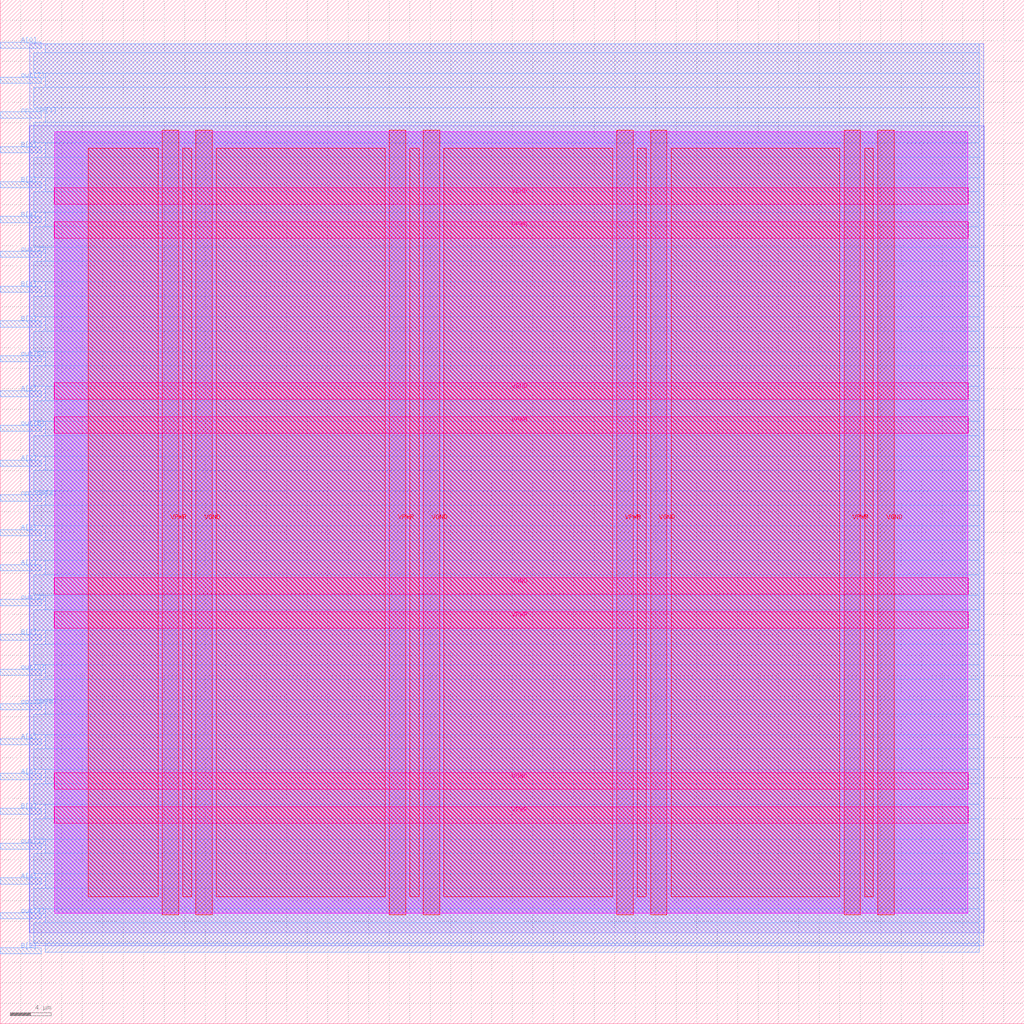
<source format=lef>
VERSION 5.7 ;
  NOWIREEXTENSIONATPIN ON ;
  DIVIDERCHAR "/" ;
  BUSBITCHARS "[]" ;
MACRO lab2_behavE
  CLASS BLOCK ;
  FOREIGN lab2_behavE ;
  ORIGIN 0.000 0.000 ;
  SIZE 100.000 BY 100.000 ;
  PIN A[0]
    DIRECTION INPUT ;
    USE SIGNAL ;
    ANTENNAGATEAREA 0.196500 ;
    PORT
      LAYER met3 ;
        RECT 0.000 95.240 4.000 95.840 ;
    END
  END A[0]
  PIN A[1]
    DIRECTION INPUT ;
    USE SIGNAL ;
    ANTENNAGATEAREA 0.213000 ;
    PORT
      LAYER met3 ;
        RECT 0.000 27.240 4.000 27.840 ;
    END
  END A[1]
  PIN A[2]
    DIRECTION INPUT ;
    USE SIGNAL ;
    ANTENNAGATEAREA 0.159000 ;
    PORT
      LAYER met3 ;
        RECT 0.000 54.440 4.000 55.040 ;
    END
  END A[2]
  PIN A[3]
    DIRECTION INPUT ;
    USE SIGNAL ;
    ANTENNAGATEAREA 0.159000 ;
    PORT
      LAYER met3 ;
        RECT 0.000 47.640 4.000 48.240 ;
    END
  END A[3]
  PIN A[4]
    DIRECTION INPUT ;
    USE SIGNAL ;
    ANTENNAGATEAREA 0.159000 ;
    PORT
      LAYER met3 ;
        RECT 0.000 13.640 4.000 14.240 ;
    END
  END A[4]
  PIN A[5]
    DIRECTION INPUT ;
    USE SIGNAL ;
    ANTENNAGATEAREA 0.159000 ;
    PORT
      LAYER met3 ;
        RECT 0.000 61.240 4.000 61.840 ;
    END
  END A[5]
  PIN A[6]
    DIRECTION INPUT ;
    USE SIGNAL ;
    ANTENNAGATEAREA 0.159000 ;
    PORT
      LAYER met3 ;
        RECT 0.000 23.840 4.000 24.440 ;
    END
  END A[6]
  PIN A[7]
    DIRECTION INPUT ;
    USE SIGNAL ;
    ANTENNAGATEAREA 0.213000 ;
    PORT
      LAYER met3 ;
        RECT 0.000 44.240 4.000 44.840 ;
    END
  END A[7]
  PIN B[0]
    DIRECTION INPUT ;
    USE SIGNAL ;
    ANTENNAGATEAREA 0.213000 ;
    PORT
      LAYER met3 ;
        RECT 0.000 68.040 4.000 68.640 ;
    END
  END B[0]
  PIN B[1]
    DIRECTION INPUT ;
    USE SIGNAL ;
    ANTENNAGATEAREA 0.213000 ;
    PORT
      LAYER met3 ;
        RECT 0.000 71.440 4.000 72.040 ;
    END
  END B[1]
  PIN B[2]
    DIRECTION INPUT ;
    USE SIGNAL ;
    ANTENNAGATEAREA 0.213000 ;
    PORT
      LAYER met3 ;
        RECT 0.000 6.840 4.000 7.440 ;
    END
  END B[2]
  PIN B[3]
    DIRECTION INPUT ;
    USE SIGNAL ;
    ANTENNAGATEAREA 0.213000 ;
    PORT
      LAYER met3 ;
        RECT 0.000 20.440 4.000 21.040 ;
    END
  END B[3]
  PIN B[4]
    DIRECTION INPUT ;
    USE SIGNAL ;
    ANTENNAGATEAREA 0.213000 ;
    PORT
      LAYER met3 ;
        RECT 0.000 78.240 4.000 78.840 ;
    END
  END B[4]
  PIN B[5]
    DIRECTION INPUT ;
    USE SIGNAL ;
    ANTENNAGATEAREA 0.159000 ;
    PORT
      LAYER met3 ;
        RECT 0.000 81.640 4.000 82.240 ;
    END
  END B[5]
  PIN B[6]
    DIRECTION INPUT ;
    USE SIGNAL ;
    ANTENNAGATEAREA 0.159000 ;
    PORT
      LAYER met3 ;
        RECT 0.000 85.040 4.000 85.640 ;
    END
  END B[6]
  PIN B[7]
    DIRECTION INPUT ;
    USE SIGNAL ;
    ANTENNAGATEAREA 0.126000 ;
    PORT
      LAYER met3 ;
        RECT 0.000 37.440 4.000 38.040 ;
    END
  END B[7]
  PIN VGND
    DIRECTION INOUT ;
    USE GROUND ;
    PORT
      LAYER met4 ;
        RECT 19.115 10.640 20.715 87.280 ;
    END
    PORT
      LAYER met4 ;
        RECT 41.310 10.640 42.910 87.280 ;
    END
    PORT
      LAYER met4 ;
        RECT 63.505 10.640 65.105 87.280 ;
    END
    PORT
      LAYER met4 ;
        RECT 85.700 10.640 87.300 87.280 ;
    END
    PORT
      LAYER met5 ;
        RECT 5.280 22.900 94.540 24.500 ;
    END
    PORT
      LAYER met5 ;
        RECT 5.280 41.940 94.540 43.540 ;
    END
    PORT
      LAYER met5 ;
        RECT 5.280 60.980 94.540 62.580 ;
    END
    PORT
      LAYER met5 ;
        RECT 5.280 80.020 94.540 81.620 ;
    END
  END VGND
  PIN VPWR
    DIRECTION INOUT ;
    USE POWER ;
    PORT
      LAYER met4 ;
        RECT 15.815 10.640 17.415 87.280 ;
    END
    PORT
      LAYER met4 ;
        RECT 38.010 10.640 39.610 87.280 ;
    END
    PORT
      LAYER met4 ;
        RECT 60.205 10.640 61.805 87.280 ;
    END
    PORT
      LAYER met4 ;
        RECT 82.400 10.640 84.000 87.280 ;
    END
    PORT
      LAYER met5 ;
        RECT 5.280 19.600 94.540 21.200 ;
    END
    PORT
      LAYER met5 ;
        RECT 5.280 38.640 94.540 40.240 ;
    END
    PORT
      LAYER met5 ;
        RECT 5.280 57.680 94.540 59.280 ;
    END
    PORT
      LAYER met5 ;
        RECT 5.280 76.720 94.540 78.320 ;
    END
  END VPWR
  PIN opcode[0]
    DIRECTION INPUT ;
    USE SIGNAL ;
    ANTENNAGATEAREA 0.213000 ;
    PORT
      LAYER met3 ;
        RECT 0.000 30.640 4.000 31.240 ;
    END
  END opcode[0]
  PIN opcode[1]
    DIRECTION INPUT ;
    USE SIGNAL ;
    ANTENNAGATEAREA 0.159000 ;
    PORT
      LAYER met3 ;
        RECT 0.000 88.440 4.000 89.040 ;
    END
  END opcode[1]
  PIN opcode[2]
    DIRECTION INPUT ;
    USE SIGNAL ;
    ANTENNAGATEAREA 0.213000 ;
    PORT
      LAYER met3 ;
        RECT 0.000 51.040 4.000 51.640 ;
    END
  END opcode[2]
  PIN out[0]
    DIRECTION OUTPUT ;
    USE SIGNAL ;
    ANTENNADIFFAREA 0.445500 ;
    PORT
      LAYER met3 ;
        RECT 0.000 34.040 4.000 34.640 ;
    END
  END out[0]
  PIN out[1]
    DIRECTION OUTPUT ;
    USE SIGNAL ;
    ANTENNADIFFAREA 0.445500 ;
    PORT
      LAYER met3 ;
        RECT 0.000 17.040 4.000 17.640 ;
    END
  END out[1]
  PIN out[2]
    DIRECTION OUTPUT ;
    USE SIGNAL ;
    ANTENNADIFFAREA 0.445500 ;
    PORT
      LAYER met3 ;
        RECT 0.000 40.840 4.000 41.440 ;
    END
  END out[2]
  PIN out[3]
    DIRECTION OUTPUT ;
    USE SIGNAL ;
    ANTENNADIFFAREA 0.445500 ;
    PORT
      LAYER met3 ;
        RECT 0.000 74.840 4.000 75.440 ;
    END
  END out[3]
  PIN out[4]
    DIRECTION OUTPUT ;
    USE SIGNAL ;
    ANTENNADIFFAREA 0.445500 ;
    PORT
      LAYER met3 ;
        RECT 0.000 10.240 4.000 10.840 ;
    END
  END out[4]
  PIN out[5]
    DIRECTION OUTPUT ;
    USE SIGNAL ;
    ANTENNADIFFAREA 0.445500 ;
    PORT
      LAYER met3 ;
        RECT 0.000 57.840 4.000 58.440 ;
    END
  END out[5]
  PIN out[6]
    DIRECTION OUTPUT ;
    USE SIGNAL ;
    ANTENNADIFFAREA 0.445500 ;
    PORT
      LAYER met3 ;
        RECT 0.000 64.640 4.000 65.240 ;
    END
  END out[6]
  PIN out[7]
    DIRECTION OUTPUT ;
    USE SIGNAL ;
    ANTENNADIFFAREA 0.445500 ;
    PORT
      LAYER met3 ;
        RECT 0.000 91.840 4.000 92.440 ;
    END
  END out[7]
  OBS
      LAYER nwell ;
        RECT 5.330 10.795 94.490 87.125 ;
      LAYER li1 ;
        RECT 5.520 10.795 94.300 87.125 ;
      LAYER met1 ;
        RECT 2.830 8.880 96.070 87.680 ;
      LAYER met2 ;
        RECT 2.860 7.635 96.040 95.725 ;
      LAYER met3 ;
        RECT 4.400 94.840 95.615 95.705 ;
        RECT 3.285 92.840 95.615 94.840 ;
        RECT 4.400 91.440 95.615 92.840 ;
        RECT 3.285 89.440 95.615 91.440 ;
        RECT 4.400 88.040 95.615 89.440 ;
        RECT 3.285 86.040 95.615 88.040 ;
        RECT 4.400 84.640 95.615 86.040 ;
        RECT 3.285 82.640 95.615 84.640 ;
        RECT 4.400 81.240 95.615 82.640 ;
        RECT 3.285 79.240 95.615 81.240 ;
        RECT 4.400 77.840 95.615 79.240 ;
        RECT 3.285 75.840 95.615 77.840 ;
        RECT 4.400 74.440 95.615 75.840 ;
        RECT 3.285 72.440 95.615 74.440 ;
        RECT 4.400 71.040 95.615 72.440 ;
        RECT 3.285 69.040 95.615 71.040 ;
        RECT 4.400 67.640 95.615 69.040 ;
        RECT 3.285 65.640 95.615 67.640 ;
        RECT 4.400 64.240 95.615 65.640 ;
        RECT 3.285 62.240 95.615 64.240 ;
        RECT 4.400 60.840 95.615 62.240 ;
        RECT 3.285 58.840 95.615 60.840 ;
        RECT 4.400 57.440 95.615 58.840 ;
        RECT 3.285 55.440 95.615 57.440 ;
        RECT 4.400 54.040 95.615 55.440 ;
        RECT 3.285 52.040 95.615 54.040 ;
        RECT 4.400 50.640 95.615 52.040 ;
        RECT 3.285 48.640 95.615 50.640 ;
        RECT 4.400 47.240 95.615 48.640 ;
        RECT 3.285 45.240 95.615 47.240 ;
        RECT 4.400 43.840 95.615 45.240 ;
        RECT 3.285 41.840 95.615 43.840 ;
        RECT 4.400 40.440 95.615 41.840 ;
        RECT 3.285 38.440 95.615 40.440 ;
        RECT 4.400 37.040 95.615 38.440 ;
        RECT 3.285 35.040 95.615 37.040 ;
        RECT 4.400 33.640 95.615 35.040 ;
        RECT 3.285 31.640 95.615 33.640 ;
        RECT 4.400 30.240 95.615 31.640 ;
        RECT 3.285 28.240 95.615 30.240 ;
        RECT 4.400 26.840 95.615 28.240 ;
        RECT 3.285 24.840 95.615 26.840 ;
        RECT 4.400 23.440 95.615 24.840 ;
        RECT 3.285 21.440 95.615 23.440 ;
        RECT 4.400 20.040 95.615 21.440 ;
        RECT 3.285 18.040 95.615 20.040 ;
        RECT 4.400 16.640 95.615 18.040 ;
        RECT 3.285 14.640 95.615 16.640 ;
        RECT 4.400 13.240 95.615 14.640 ;
        RECT 3.285 11.240 95.615 13.240 ;
        RECT 4.400 9.840 95.615 11.240 ;
        RECT 3.285 7.840 95.615 9.840 ;
        RECT 4.400 6.990 95.615 7.840 ;
      LAYER met4 ;
        RECT 8.575 12.415 15.415 85.505 ;
        RECT 17.815 12.415 18.715 85.505 ;
        RECT 21.115 12.415 37.610 85.505 ;
        RECT 40.010 12.415 40.910 85.505 ;
        RECT 43.310 12.415 59.805 85.505 ;
        RECT 62.205 12.415 63.105 85.505 ;
        RECT 65.505 12.415 82.000 85.505 ;
        RECT 84.400 12.415 85.265 85.505 ;
  END
END lab2_behavE
END LIBRARY


</source>
